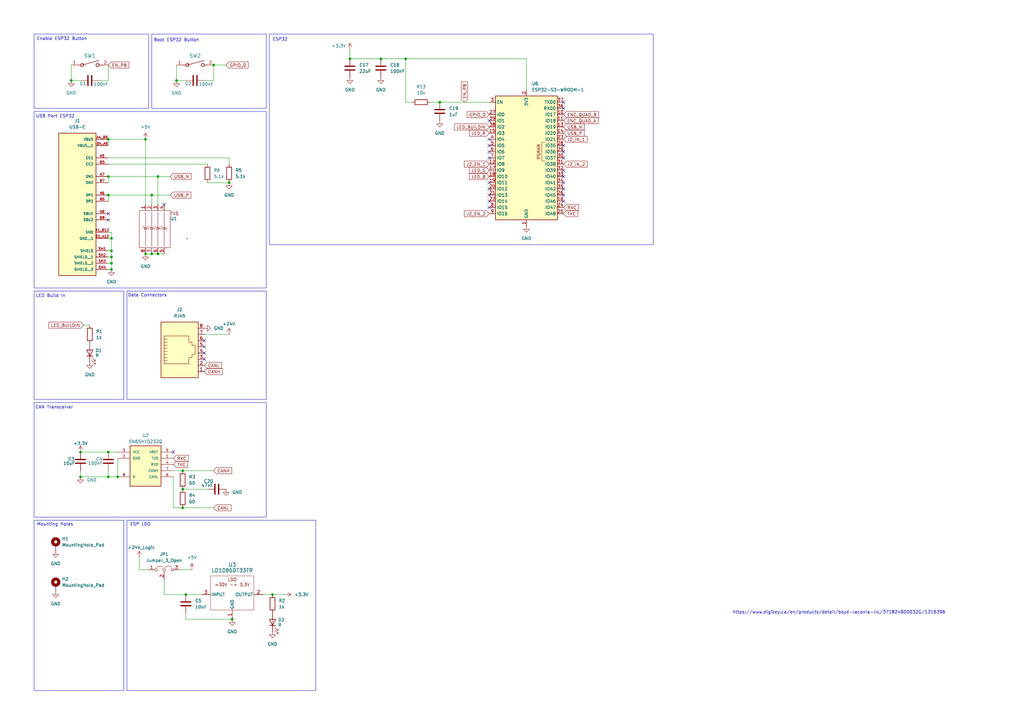
<source format=kicad_sch>
(kicad_sch (version 20231120) (generator "eeschema") (generator_version "8.0")
  (paper "A3")
  (title_block (title "Drive 27A") (rev "3") (company "Philippe Michaud") (comment 1 "REV3: Optimized cooling and changed LDO for 24v or 5v") (comment 2 "REV4: Updated power connector for xt60 and added better ground current carrying capacity"))
  (lib_symbols
    (symbol "AZ1117ID-3.3TRG1:AZ1117ID-3.3TRG1" (pin_names (offset 0.254))
      (property "Reference" "U3" (at 0 4.572 0))
      (property "Value" "LD1086DT33TR" (at 0 2.286 0))
      (symbol "AZ1117ID-3.3TRG1_0_1"
        (polyline (pts (xy -8.89 -13.97) (xy 8.89 -13.97)) (stroke (width 0.127)))
        (polyline (pts (xy -8.89 0) (xy -8.89 -13.97)) (stroke (width 0.127)))
        (polyline (pts (xy 8.89 -13.97) (xy 8.89 0)) (stroke (width 0.127)))
        (polyline (pts (xy 8.89 0) (xy -8.89 0)) (stroke (width 0.127)))
      )
      (symbol "AZ1117ID-3.3TRG1_1_1"
        (text "LDO\n<30V -> 3.3V\n" (at 0 -2.54 0) (effects (font (size 1.27 1.27))))
        (pin power_out line (at 0 -17.78 90) (length 3.81) (name "GND") (number "1"))
        (pin output line (at 12.7 -7.62 180) (length 3.81) (name "OUTPUT") (number "2"))
        (pin input line (at -12.7 -7.62 0) (length 3.81) (name "INPUT") (number "3"))
      )
    )
    (symbol "Connector:RJ45" (pin_names (offset 1.016))
      (property "Reference" "J" (at -5.08 13.97 0))
      (property "Value" "RJ45" (at 2.54 13.97 0))
      (symbol "RJ45_0_1"
        (polyline (pts (xy -5.08 4.445) (xy -6.35 4.445)))
        (polyline (pts (xy -5.08 5.715) (xy -6.35 5.715)))
        (polyline (pts (xy -6.35 -3.175) (xy -5.08 -3.175) (xy -5.08 -3.175)))
        (polyline (pts (xy -6.35 -1.905) (xy -5.08 -1.905) (xy -5.08 -1.905)))
        (polyline (pts (xy -6.35 -0.635) (xy -5.08 -0.635) (xy -5.08 -0.635)))
        (polyline (pts (xy -6.35 0.635) (xy -5.08 0.635) (xy -5.08 0.635)))
        (polyline (pts (xy -6.35 1.905) (xy -5.08 1.905) (xy -5.08 1.905)))
        (polyline (pts (xy -5.08 3.175) (xy -6.35 3.175) (xy -6.35 3.175)))
        (polyline (pts (xy -6.35 -4.445) (xy -6.35 6.985) (xy 3.81 6.985) (xy 3.81 4.445) (xy 5.08 4.445) (xy 5.08 3.175) (xy 6.35 3.175) (xy 6.35 -0.635) (xy 5.08 -0.635) (xy 5.08 -1.905) (xy 3.81 -1.905) (xy 3.81 -4.445) (xy -6.35 -4.445) (xy -6.35 -4.445)))
        (rectangle (start 7.62 12.7) (end -7.62 -10.16) (stroke (width 0.254)) (fill (type background)))
      )
      (symbol "RJ45_1_1"
        (pin passive line (at 10.16 -7.62 180) (length 2.54) (name "~") (number "1"))
        (pin passive line (at 10.16 -5.08 180) (length 2.54) (name "~") (number "2"))
        (pin passive line (at 10.16 -2.54 180) (length 2.54) (name "~") (number "3"))
        (pin passive line (at 10.16 0 180) (length 2.54) (name "~") (number "4"))
        (pin passive line (at 10.16 2.54 180) (length 2.54) (name "~") (number "5"))
        (pin passive line (at 10.16 5.08 180) (length 2.54) (name "~") (number "6"))
        (pin passive line (at 10.16 7.62 180) (length 2.54) (name "~") (number "7"))
        (pin passive line (at 10.16 10.16 180) (length 2.54) (name "~") (number "8"))
      )
    )
    (symbol "Custom:TVS_-_150-SMDB03CE3/TR7TR-ND"
      (property "Reference" "U" (at 6.35 3.81 0))
      (symbol "TVS_-_150-SMDB03CE3/TR7TR-ND_0_1"
        (rectangle (start -6.35 7.62) (end 6.35 -7.62))
        (polyline (pts (xy -3.81 0) (xy -3.81 -6.985)))
        (polyline (pts (xy -3.81 6.985) (xy -3.81 0.635)))
        (polyline (pts (xy -1.27 0) (xy -1.27 -6.985)))
        (polyline (pts (xy -1.27 6.985) (xy -1.27 0.635)))
        (polyline (pts (xy 1.27 0) (xy 1.27 -6.985)))
        (polyline (pts (xy 1.27 6.985) (xy 1.27 0.635)))
        (polyline (pts (xy 3.81 0) (xy 3.81 -6.985)))
        (polyline (pts (xy 3.81 6.985) (xy 3.81 0.635)))
        (polyline (pts (xy -3.81 0.635) (xy -3.175 0.635) (xy -2.54 0)))
        (polyline (pts (xy -1.27 0.635) (xy -0.635 0.635) (xy 0 0)))
        (polyline (pts (xy 1.27 0.635) (xy 1.905 0.635) (xy 2.54 0)))
        (polyline (pts (xy 3.81 0.635) (xy 4.445 0.635) (xy 5.08 0)))
        (polyline (pts (xy -3.81 0.635) (xy -4.445 0) (xy -3.175 0) (xy -3.81 0.635)))
        (polyline (pts (xy -3.81 0.635) (xy -4.445 0.635) (xy -4.445 0.635) (xy -5.08 1.27)))
        (polyline (pts (xy -1.27 0.635) (xy -1.905 0) (xy -0.635 0) (xy -1.27 0.635)))
        (polyline (pts (xy -1.27 0.635) (xy -1.905 0.635) (xy -1.905 0.635) (xy -2.54 1.27)))
        (polyline (pts (xy 1.27 0.635) (xy 0.635 0) (xy 1.905 0) (xy 1.27 0.635)))
        (polyline (pts (xy 1.27 0.635) (xy 0.635 0.635) (xy 0.635 0.635) (xy 0 1.27)))
        (polyline (pts (xy 3.81 0.635) (xy 3.175 0) (xy 4.445 0) (xy 3.81 0.635)))
        (polyline (pts (xy 3.81 0.635) (xy 3.175 0.635) (xy 3.175 0.635) (xy 2.54 1.27)))
      )
      (symbol "TVS_-_150-SMDB03CE3/TR7TR-ND_1_1"
        (text "TVS" (at 6.35 6.35 0) (effects (font (size 1.27 1.27)) (justify left)))
        (pin unspecified line (at -3.81 10.16 270) (length 2.54) (name "") (number "1"))
        (pin unspecified line (at -1.27 10.16 270) (length 2.54) (name "") (number "2"))
        (pin unspecified line (at 1.27 10.16 270) (length 2.54) (name "") (number "3"))
        (pin unspecified line (at 3.81 10.16 270) (length 2.54) (name "") (number "4"))
        (pin unspecified line (at 3.81 -10.16 90) (length 2.54) (name "") (number "5"))
        (pin unspecified line (at 1.27 -10.16 90) (length 2.54) (name "") (number "6"))
        (pin unspecified line (at -1.27 -10.16 90) (length 2.54) (name "") (number "7"))
        (pin unspecified line (at -3.81 -10.16 90) (length 2.54) (name "") (number "8"))
      )
    )
    (symbol "Device:C" (pin_numbers hide) (pin_names (offset 0.254))
      (property "Reference" "C" (at 0.635 2.54 0))
      (property "Value" "C" (at 0.635 -2.54 0))
      (symbol "C_0_1"
        (polyline (pts (xy -2.032 -0.762) (xy 2.032 -0.762)) (stroke (width 0.508)))
        (polyline (pts (xy -2.032 0.762) (xy 2.032 0.762)) (stroke (width 0.508)))
      )
      (symbol "C_1_1"
        (pin passive line (at 0 3.81 270) (length 2.794) (name "~") (number "1"))
        (pin passive line (at 0 -3.81 90) (length 2.794) (name "~") (number "2"))
      )
    )
    (symbol "Device:LED" (pin_numbers hide) (pin_names (offset 1.016) hide)
      (property "Reference" "D" (at 0 2.54 0))
      (property "Value" "LED" (at 0 -2.54 0))
      (symbol "LED_0_1"
        (polyline (pts (xy -1.27 -1.27) (xy -1.27 1.27)) (stroke (width 0.254)))
        (polyline (pts (xy -1.27 0) (xy 1.27 0)))
        (polyline (pts (xy 1.27 -1.27) (xy 1.27 1.27) (xy -1.27 0) (xy 1.27 -1.27)) (stroke (width 0.254)))
        (polyline (pts (xy -3.048 -0.762) (xy -4.572 -2.286) (xy -3.81 -2.286) (xy -4.572 -2.286) (xy -4.572 -1.524)))
        (polyline (pts (xy -1.778 -0.762) (xy -3.302 -2.286) (xy -2.54 -2.286) (xy -3.302 -2.286) (xy -3.302 -1.524)))
      )
      (symbol "LED_1_1"
        (pin passive line (at -3.81 0 0) (length 2.54) (name "K") (number "1"))
        (pin passive line (at 3.81 0 180) (length 2.54) (name "A") (number "2"))
      )
    )
    (symbol "Device:R" (pin_numbers hide) (pin_names (offset 0))
      (property "Reference" "R" (at 2.032 0 90))
      (property "Value" "R" (at 0 0 90))
      (symbol "R_0_1"
        (rectangle (start -1.016 -2.54) (end 1.016 2.54) (stroke (width 0.254)))
      )
      (symbol "R_1_1"
        (pin passive line (at 0 3.81 270) (length 1.27) (name "~") (number "1"))
        (pin passive line (at 0 -3.81 90) (length 1.27) (name "~") (number "2"))
      )
    )
    (symbol "Jumper:Jumper_3_Open" (pin_names (offset 0) hide) (exclude_from_sim yes) (in_bom no)
      (property "Reference" "JP" (at -2.54 -2.54 0))
      (property "Value" "Jumper_3_Open" (at 0 2.794 0))
      (symbol "Jumper_3_Open_0_0"
        (circle (center -3.302 0) (radius 0.508))
        (circle (center 0 0) (radius 0.508))
        (circle (center 3.302 0) (radius 0.508))
      )
      (symbol "Jumper_3_Open_0_1"
        (arc (start -0.254 1.016) (mid -1.651 1.4992) (end -3.048 1.016))
        (polyline (pts (xy 0 -0.508) (xy 0 -1.27)))
        (arc (start 3.048 1.016) (mid 1.651 1.4992) (end 0.254 1.016))
      )
      (symbol "Jumper_3_Open_1_1"
        (pin passive line (at -6.35 0 0) (length 2.54) (name "A") (number "1"))
        (pin passive line (at 0 -3.81 90) (length 2.54) (name "C") (number "2"))
        (pin passive line (at 6.35 0 180) (length 2.54) (name "B") (number "3"))
      )
    )
    (symbol "Mechanical:MountingHole_Pad" (pin_numbers hide) (pin_names (offset 1.016) hide) (exclude_from_sim yes) (in_bom no)
      (property "Reference" "H" (at 0 6.35 0))
      (property "Value" "MountingHole_Pad" (at 0 4.445 0))
      (symbol "MountingHole_Pad_0_1"
        (circle (center 0 1.27) (radius 1.27) (stroke (width 1.27)))
      )
      (symbol "MountingHole_Pad_1_1"
        (pin input line (at 0 -2.54 90) (length 2.54) (name "1") (number "1"))
      )
    )
    (symbol "RF_Module:ESP32-S3-WROOM-1"
      (property "Reference" "U" (at -12.7 26.67 0))
      (property "Value" "ESP32-S3-WROOM-1" (at 12.7 26.67 0))
      (symbol "ESP32-S3-WROOM-1_0_0"
        (rectangle (start -12.7 25.4) (end 12.7 -25.4) (stroke (width 0.254)) (fill (type background)))
        (text "PSRAM" (at 5.08 2.54 900) (effects (font (size 1.27 1.27))))
      )
      (symbol "ESP32-S3-WROOM-1_0_1"
        (polyline (pts (xy 7.62 -1.27) (xy 6.35 -1.27) (xy 6.35 6.35) (xy 7.62 6.35)))
      )
      (symbol "ESP32-S3-WROOM-1_1_1"
        (pin power_in line (at 0 -27.94 90) (length 2.54) (name "GND") (number "1"))
        (pin bidirectional line (at 15.24 17.78 180) (length 2.54) (name "IO17") (number "10"))
        (pin bidirectional line (at 15.24 15.24 180) (length 2.54) (name "IO18") (number "11"))
        (pin bidirectional line (at -15.24 -2.54 0) (length 2.54) (name "IO8") (number "12"))
        (pin bidirectional line (at 15.24 12.7 180) (length 2.54) (name "IO19") (number "13"))
        (pin bidirectional line (at 15.24 10.16 180) (length 2.54) (name "IO20") (number "14"))
        (pin bidirectional line (at -15.24 10.16 0) (length 2.54) (name "IO3") (number "15"))
        (pin bidirectional line (at 15.24 -17.78 180) (length 2.54) (name "IO46") (number "16"))
        (pin bidirectional line (at -15.24 -5.08 0) (length 2.54) (name "IO9") (number "17"))
        (pin bidirectional line (at -15.24 -7.62 0) (length 2.54) (name "IO10") (number "18"))
        (pin bidirectional line (at -15.24 -10.16 0) (length 2.54) (name "IO11") (number "19"))
        (pin power_in line (at 0 27.94 270) (length 2.54) (name "3V3") (number "2"))
        (pin bidirectional line (at -15.24 -12.7 0) (length 2.54) (name "IO12") (number "20"))
        (pin bidirectional line (at -15.24 -15.24 0) (length 2.54) (name "IO13") (number "21"))
        (pin bidirectional line (at -15.24 -17.78 0) (length 2.54) (name "IO14") (number "22"))
        (pin bidirectional line (at 15.24 7.62 180) (length 2.54) (name "IO21") (number "23"))
        (pin bidirectional line (at 15.24 -20.32 180) (length 2.54) (name "IO47") (number "24"))
        (pin bidirectional line (at 15.24 -22.86 180) (length 2.54) (name "IO48") (number "25"))
        (pin bidirectional line (at 15.24 -15.24 180) (length 2.54) (name "IO45") (number "26"))
        (pin bidirectional line (at -15.24 17.78 0) (length 2.54) (name "IO0") (number "27"))
        (pin bidirectional line (at 15.24 5.08 180) (length 2.54) (name "IO35") (number "28"))
        (pin bidirectional line (at 15.24 2.54 180) (length 2.54) (name "IO36") (number "29"))
        (pin input line (at -15.24 22.86 0) (length 2.54) (name "EN") (number "3"))
        (pin bidirectional line (at 15.24 0 180) (length 2.54) (name "IO37") (number "30"))
        (pin bidirectional line (at 15.24 -2.54 180) (length 2.54) (name "IO38") (number "31"))
        (pin bidirectional line (at 15.24 -5.08 180) (length 2.54) (name "IO39") (number "32"))
        (pin bidirectional line (at 15.24 -7.62 180) (length 2.54) (name "IO40") (number "33"))
        (pin bidirectional line (at 15.24 -10.16 180) (length 2.54) (name "IO41") (number "34"))
        (pin bidirectional line (at 15.24 -12.7 180) (length 2.54) (name "IO42") (number "35"))
        (pin bidirectional line (at 15.24 20.32 180) (length 2.54) (name "RXD0") (number "36"))
        (pin bidirectional line (at 15.24 22.86 180) (length 2.54) (name "TXD0") (number "37"))
        (pin bidirectional line (at -15.24 12.7 0) (length 2.54) (name "IO2") (number "38"))
        (pin bidirectional line (at -15.24 15.24 0) (length 2.54) (name "IO1") (number "39"))
        (pin bidirectional line (at -15.24 7.62 0) (length 2.54) (name "IO4") (number "4"))
        (pin passive line (at 0 -27.94 90) (length 2.54) hide (name "GND") (number "40"))
        (pin passive line (at 0 -27.94 90) (length 2.54) hide (name "GND") (number "41"))
        (pin bidirectional line (at -15.24 5.08 0) (length 2.54) (name "IO5") (number "5"))
        (pin bidirectional line (at -15.24 2.54 0) (length 2.54) (name "IO6") (number "6"))
        (pin bidirectional line (at -15.24 0 0) (length 2.54) (name "IO7") (number "7"))
        (pin bidirectional line (at -15.24 -20.32 0) (length 2.54) (name "IO15") (number "8"))
        (pin bidirectional line (at -15.24 -22.86 0) (length 2.54) (name "IO16") (number "9"))
      )
    )
    (symbol "TJA1050T_CM_118:TJA1050T_CM_118" (pin_names (offset 1.016))
      (property "Reference" "U6" (at 0 15.24 0))
      (property "Value" "TJA1050T_CM_118" (at 0 12.7 0))
      (symbol "TJA1050T_CM_118_0_0"
        (rectangle (start -6.35 7.62) (end 6.35 -8.89) (stroke (width 0.254)) (fill (type background)))
        (pin input line (at 11.43 2.54 180) (length 5.08) (name "TXD") (number "1"))
        (pin power_in line (at -11.43 2.54 0) (length 5.08) (name "GND") (number "2"))
        (pin power_in line (at -11.43 5.08 0) (length 5.08) (name "VCC") (number "3"))
        (pin output line (at 11.43 0 180) (length 5.08) (name "RXD") (number "4"))
        (pin output line (at 11.43 5.08 180) (length 5.08) (name "VREF") (number "5"))
        (pin bidirectional line (at 11.43 -5.08 180) (length 5.08) (name "CANL") (number "6"))
        (pin bidirectional line (at 11.43 -2.54 180) (length 5.08) (name "CANH") (number "7"))
        (pin input line (at -11.43 -5.08 0) (length 5.08) (name "S") (number "8"))
      )
    )
    (symbol "TS09_63_25_WT_160_SMT_TR:TS09-63-25-WT-160-SMT-TR" (pin_names (offset 0.254))
      (property "Reference" "SW" (at 7.62 3.81 0))
      (symbol "TS09-63-25-WT-160-SMT-TR_0_1"
        (polyline (pts (xy 2.54 0) (xy 3.81 0)) (stroke (width 0.2032)))
        (polyline (pts (xy 4.445 0) (xy 11.43 1.905)) (stroke (width 0.2032)))
        (polyline (pts (xy 12.7 0) (xy 11.43 0)) (stroke (width 0.2032)))
        (circle (center 4.445 0) (radius 0.635) (stroke (width 0.254)))
        (circle (center 10.795 0) (radius 0.635) (stroke (width 0.254)))
      )
      (symbol "TS09-63-25-WT-160-SMT-TR_1_1"
        (pin unspecified line (at 0 0 0) (length 2.54) (name "") (number "1"))
        (pin unspecified line (at 15.24 0 180) (length 2.54) (name "") (number "2"))
      )
    )
    (symbol "UJ20-C-H-G-SMT-1-P16-TR:UJ20-C-H-G-SMT-1-P16-TR" (pin_names (offset 1.016))
      (property "Reference" "J" (at -7.62 23.622 0))
      (property "Value" "USB-C" (at -7.62 -36.322 0))
      (symbol "UJ20-C-H-G-SMT-1-P16-TR_0_0"
        (rectangle (start -7.62 -35.56) (end 7.62 22.86) (stroke (width 0.254)) (fill (type background)))
        (pin passive line (at 12.7 -17.78 180) (length 5.08) (name "GND") (number "A1_B12"))
        (pin passive line (at 12.7 20.32 180) (length 5.08) (name "VBUS") (number "A4_B9"))
        (pin passive line (at 12.7 12.7 180) (length 5.08) (name "CC1") (number "A5"))
        (pin passive line (at 12.7 -2.54 180) (length 5.08) (name "DP1") (number "A6"))
        (pin passive line (at 12.7 5.08 180) (length 5.08) (name "DN1") (number "A7"))
        (pin passive line (at 12.7 -10.16 180) (length 5.08) (name "SBU1") (number "A8"))
        (pin passive line (at 12.7 -20.32 180) (length 5.08) (name "GND__1") (number "B1_A12"))
        (pin passive line (at 12.7 17.78 180) (length 5.08) (name "VBUS__1") (number "B4_A9"))
        (pin passive line (at 12.7 10.16 180) (length 5.08) (name "CC2") (number "B5"))
        (pin passive line (at 12.7 -5.08 180) (length 5.08) (name "DP2") (number "B6"))
        (pin passive line (at 12.7 2.54 180) (length 5.08) (name "DN2") (number "B7"))
        (pin passive line (at 12.7 -12.7 180) (length 5.08) (name "SBU2") (number "B8"))
        (pin passive line (at 12.7 -25.4 180) (length 5.08) (name "SHIELD") (number "SH1"))
        (pin passive line (at 12.7 -27.94 180) (length 5.08) (name "SHIELD__1") (number "SH2"))
        (pin passive line (at 12.7 -30.48 180) (length 5.08) (name "SHIELD__2") (number "SH3"))
        (pin passive line (at 12.7 -33.02 180) (length 5.08) (name "SHIELD__3") (number "SH4"))
      )
    )
    (symbol "power:+3.3V" (power) (pin_numbers hide) (pin_names (offset 0) hide)
      (property "Value" "+3.3V" (at 0 3.556 0))
      (symbol "+3.3V_0_1"
        (polyline (pts (xy -0.762 1.27) (xy 0 2.54)))
        (polyline (pts (xy 0 0) (xy 0 2.54)))
        (polyline (pts (xy 0 2.54) (xy 0.762 1.27)))
      )
      (symbol "+3.3V_1_1"
        (pin power_in line (at 0 0 90) (length 0) (name "~") (number "1"))
      )
    )
    (symbol "power:+5V" (power) (pin_numbers hide) (pin_names (offset 0) hide)
      (property "Value" "+5V" (at 0 3.556 0))
      (symbol "+5V_0_1"
        (polyline (pts (xy -0.762 1.27) (xy 0 2.54)))
        (polyline (pts (xy 0 0) (xy 0 2.54)))
        (polyline (pts (xy 0 2.54) (xy 0.762 1.27)))
      )
      (symbol "+5V_1_1"
        (pin power_in line (at 0 0 90) (length 0) (name "~") (number "1"))
      )
    )
    (symbol "power:+7.5V" (power) (pin_numbers hide) (pin_names (offset 0) hide)
      (property "Value" "+7.5V" (at 0 3.556 0))
      (symbol "+7.5V_0_1"
        (polyline (pts (xy -0.762 1.27) (xy 0 2.54)))
        (polyline (pts (xy 0 0) (xy 0 2.54)))
        (polyline (pts (xy 0 2.54) (xy 0.762 1.27)))
      )
      (symbol "+7.5V_1_1"
        (pin power_in line (at 0 0 90) (length 0) (name "~") (number "1"))
      )
    )
    (symbol "power:GND" (power) (pin_numbers hide) (pin_names (offset 0) hide)
      (property "Value" "GND" (at 0 -3.81 0))
      (symbol "GND_0_1"
        (polyline (pts (xy 0 0) (xy 0 -1.27) (xy 1.27 -1.27) (xy 0 -2.54) (xy -1.27 -1.27) (xy 0 -1.27)))
      )
      (symbol "GND_1_1"
        (pin power_in line (at 0 0 270) (length 0) (name "~") (number "1"))
      )
    )
  )
  (junction (at 180.34 41.91))
  (junction (at 156.21 24.13))
  (junction (at 44.45 57.15))
  (junction (at 74.93 193.04))
  (junction (at 44.45 80.01))
  (junction (at 74.93 208.28))
  (junction (at 59.69 104.14))
  (junction (at 33.02 185.42))
  (junction (at 93.98 74.93))
  (junction (at 64.77 104.14))
  (junction (at 48.26 195.58))
  (junction (at 44.45 72.39))
  (junction (at 45.72 107.95))
  (junction (at 76.2 243.84))
  (junction (at 45.72 110.49))
  (junction (at 72.39 33.02))
  (junction (at 143.51 24.13))
  (junction (at 111.76 243.84))
  (junction (at 29.21 33.02))
  (junction (at 62.23 104.14))
  (junction (at 87.63 26.67))
  (junction (at 45.72 102.87))
  (junction (at 95.25 254))
  (junction (at 44.45 185.42))
  (junction (at 33.02 195.58))
  (junction (at 62.23 80.01))
  (junction (at 45.72 105.41))
  (junction (at 64.77 72.39))
  (junction (at 166.37 24.13))
  (junction (at 59.69 57.15))
  (junction (at 44.45 195.58))
  (junction (at 45.72 97.79))
  (junction (at 74.93 200.66))
  (no_connect (at 231.14 72.39))
  (no_connect (at 200.66 49.53))
  (no_connect (at 231.14 74.93))
  (no_connect (at 231.14 82.55))
  (no_connect (at 231.14 44.45))
  (no_connect (at 83.82 147.32))
  (no_connect (at 44.45 90.17))
  (no_connect (at 200.66 57.15))
  (no_connect (at 200.66 85.09))
  (no_connect (at 231.14 62.23))
  (no_connect (at 200.66 82.55))
  (no_connect (at 200.66 59.69))
  (no_connect (at 231.14 41.91))
  (no_connect (at 67.31 83.82))
  (no_connect (at 200.66 80.01))
  (no_connect (at 200.66 77.47))
  (no_connect (at 83.82 142.24))
  (no_connect (at 231.14 59.69))
  (no_connect (at 231.14 77.47))
  (no_connect (at 44.45 87.63))
  (no_connect (at 83.82 139.7))
  (no_connect (at 231.14 69.85))
  (no_connect (at 200.66 64.77))
  (no_connect (at 83.82 144.78))
  (no_connect (at 200.66 74.93))
  (no_connect (at 231.14 64.77))
  (no_connect (at 200.66 62.23))
  (no_connect (at 231.14 80.01))
  (no_connect (at 71.12 185.42))
  (wire (pts (xy 29.21 33.02) (xy 33.02 33.02)))
  (wire (pts (xy 92.71 26.67) (xy 87.63 26.67)))
  (wire (pts (xy 176.53 41.91) (xy 180.34 41.91)))
  (wire (pts (xy 87.63 193.04) (xy 74.93 193.04)))
  (wire (pts (xy 45.72 97.79) (xy 45.72 102.87)))
  (wire (pts (xy 215.9 24.13) (xy 215.9 36.83)))
  (wire (pts (xy 45.72 105.41) (xy 44.45 105.41)))
  (wire (pts (xy 44.45 80.01) (xy 62.23 80.01)))
  (wire (pts (xy 76.2 251.46) (xy 76.2 254)))
  (wire (pts (xy 57.15 228.6) (xy 57.15 233.68)))
  (wire (pts (xy 71.12 208.28) (xy 71.12 195.58)))
  (wire (pts (xy 72.39 33.02) (xy 72.39 26.67)))
  (wire (pts (xy 71.12 193.04) (xy 74.93 193.04)))
  (wire (pts (xy 143.51 24.13) (xy 156.21 24.13)))
  (wire (pts (xy 87.63 208.28) (xy 74.93 208.28)))
  (wire (pts (xy 67.31 237.49) (xy 67.31 243.84)))
  (wire (pts (xy 107.95 243.84) (xy 111.76 243.84)))
  (wire (pts (xy 83.82 33.02) (xy 87.63 33.02)))
  (wire (pts (xy 45.72 110.49) (xy 44.45 110.49)))
  (wire (pts (xy 180.34 41.91) (xy 200.66 41.91)))
  (wire (pts (xy 156.21 24.13) (xy 166.37 24.13)))
  (wire (pts (xy 44.45 67.31) (xy 85.09 67.31)))
  (wire (pts (xy 62.23 80.01) (xy 62.23 83.82)))
  (wire (pts (xy 93.98 74.93) (xy 85.09 74.93)))
  (wire (pts (xy 33.02 195.58) (xy 44.45 195.58)))
  (wire (pts (xy 87.63 33.02) (xy 87.63 26.67)))
  (wire (pts (xy 166.37 24.13) (xy 166.37 41.91)))
  (wire (pts (xy 45.72 107.95) (xy 45.72 110.49)))
  (wire (pts (xy 85.09 200.66) (xy 74.93 200.66)))
  (wire (pts (xy 45.72 107.95) (xy 44.45 107.95)))
  (wire (pts (xy 116.84 243.84) (xy 111.76 243.84)))
  (wire (pts (xy 215.9 24.13) (xy 166.37 24.13)))
  (wire (pts (xy 59.69 57.15) (xy 59.69 83.82)))
  (wire (pts (xy 64.77 72.39) (xy 69.85 72.39)))
  (wire (pts (xy 29.21 26.67) (xy 29.21 33.02)))
  (wire (pts (xy 36.83 133.35) (xy 34.29 133.35)))
  (wire (pts (xy 45.72 102.87) (xy 44.45 102.87)))
  (wire (pts (xy 45.72 102.87) (xy 45.72 105.41)))
  (wire (pts (xy 64.77 104.14) (xy 67.31 104.14)))
  (wire (pts (xy 78.74 233.68) (xy 73.66 233.68)))
  (wire (pts (xy 33.02 185.42) (xy 44.45 185.42)))
  (wire (pts (xy 33.02 193.04) (xy 33.02 195.58)))
  (wire (pts (xy 93.98 64.77) (xy 93.98 67.31)))
  (wire (pts (xy 45.72 97.79) (xy 44.45 97.79)))
  (wire (pts (xy 44.45 64.77) (xy 93.98 64.77)))
  (wire (pts (xy 48.26 187.96) (xy 48.26 195.58)))
  (wire (pts (xy 59.69 104.14) (xy 62.23 104.14)))
  (wire (pts (xy 44.45 33.02) (xy 44.45 26.67)))
  (wire (pts (xy 44.45 193.04) (xy 44.45 195.58)))
  (wire (pts (xy 44.45 195.58) (xy 48.26 195.58)))
  (wire (pts (xy 40.64 33.02) (xy 44.45 33.02)))
  (wire (pts (xy 44.45 57.15) (xy 59.69 57.15)))
  (wire (pts (xy 82.55 243.84) (xy 76.2 243.84)))
  (wire (pts (xy 166.37 41.91) (xy 168.91 41.91)))
  (wire (pts (xy 83.82 137.16) (xy 93.98 137.16)))
  (wire (pts (xy 67.31 243.84) (xy 76.2 243.84)))
  (wire (pts (xy 44.45 57.15) (xy 44.45 59.69)))
  (wire (pts (xy 57.15 233.68) (xy 60.96 233.68)))
  (wire (pts (xy 44.45 80.01) (xy 44.45 82.55)))
  (wire (pts (xy 45.72 95.25) (xy 44.45 95.25)))
  (wire (pts (xy 44.45 72.39) (xy 44.45 74.93)))
  (wire (pts (xy 74.93 208.28) (xy 71.12 208.28)))
  (wire (pts (xy 143.51 20.32) (xy 143.51 24.13)))
  (wire (pts (xy 45.72 95.25) (xy 45.72 97.79)))
  (wire (pts (xy 44.45 72.39) (xy 64.77 72.39)))
  (wire (pts (xy 62.23 104.14) (xy 64.77 104.14)))
  (wire (pts (xy 45.72 105.41) (xy 45.72 107.95)))
  (wire (pts (xy 44.45 185.42) (xy 48.26 185.42)))
  (wire (pts (xy 64.77 72.39) (xy 64.77 83.82)))
  (wire (pts (xy 76.2 254) (xy 95.25 254)))
  (wire (pts (xy 62.23 80.01) (xy 69.85 80.01)))
  (wire (pts (xy 76.2 33.02) (xy 72.39 33.02)))
  (rectangle (start 62.23 13.97) (end 109.22 44.45))
  (rectangle (start 13.97 119.38) (end 50.8 163.83))
  (rectangle (start 110.49 13.97) (end 267.97 100.33))
  (rectangle (start 13.97 213.36) (end 50.8 283.21))
  (rectangle (start 13.97 45.72) (end 109.22 118.11))
  (rectangle (start 13.97 13.97) (end 60.96 44.45))
  (rectangle (start 13.97 165.1) (end 109.22 212.09))
  (rectangle (start 52.07 119.38) (end 109.22 163.83))
  (rectangle (start 52.07 213.36) (end 129.54 283.21))
  (text "Boot ESP32 Button" (at 72.39 16.51 0) (effects (font (size 1.27 1.27))))
  (text "LED Build In" (at 14.732 121.412 0) (effects (font (size 1.27 1.27)) (justify left)))
  (text "Enable ESP32 Button" (at 25.4 16.002 0) (effects (font (size 1.27 1.27))))
  (text "CAN Transceiver" (at 14.478 167.132 0) (effects (font (size 1.27 1.27)) (justify left)))
  (text "ESP LDO" (at 53.34 215.138 0) (effects (font (size 1.27 1.27)) (justify left)))
  (text "Data Connectors" (at 60.452 121.158 0) (effects (font (size 1.27 1.27))))
  (text "Mounting Holes" (at 22.606 215.138 0) (effects (font (size 1.27 1.27))))
  (text "USB Port ESP32" (at 14.732 47.752 0) (effects (font (size 1.27 1.27)) (justify left)))
  (text "https://www.digikey.ca/en/products/detail/boyd-laconia-llc/371824B00032G/1216396" (at 300.482 251.206 0) (effects (font (size 1.27 1.27)) (justify left)))
  (text "ESP32" (at 111.76 16.256 0) (effects (font (size 1.27 1.27)) (justify left)))
  (global_label "LED_B" (shape input) (at 200.66 72.39 180) (property "Intersheetrefs" "${INTERSHEET_REFS}" (effects (hide yes))))
  (global_label "CANH" (shape input) (at 83.82 152.4 0) (property "Intersheetrefs" "${INTERSHEET_REFS}" (effects (hide yes))))
  (global_label "ENC_QUAD_A" (shape input) (at 231.14 49.53 0) (property "Intersheetrefs" "${INTERSHEET_REFS}" (effects (hide yes))))
  (global_label "J2_EN_1" (shape input) (at 200.66 67.31 180) (property "Intersheetrefs" "${INTERSHEET_REFS}" (effects (hide yes))))
  (global_label "LED_G" (shape input) (at 200.66 69.85 180) (property "Intersheetrefs" "${INTERSHEET_REFS}" (effects (hide yes))))
  (global_label "J2_IN_1" (shape input) (at 231.14 57.15 0) (property "Intersheetrefs" "${INTERSHEET_REFS}" (effects (hide yes))))
  (global_label "RXC" (shape input) (at 231.14 85.09 0) (property "Intersheetrefs" "${INTERSHEET_REFS}" (effects (hide yes))))
  (global_label "USB_N" (shape input) (at 231.14 52.07 0) (property "Intersheetrefs" "${INTERSHEET_REFS}" (effects (hide yes))))
  (global_label "USB_P" (shape input) (at 69.85 80.01 0) (property "Intersheetrefs" "${INTERSHEET_REFS}" (effects (hide yes))))
  (global_label "CANL" (shape input) (at 83.82 149.86 0) (property "Intersheetrefs" "${INTERSHEET_REFS}" (effects (hide yes))))
  (global_label "CANH" (shape input) (at 87.63 193.04 0) (property "Intersheetrefs" "${INTERSHEET_REFS}" (effects (hide yes))))
  (global_label "GPIO_0" (shape input) (at 92.71 26.67 0) (property "Intersheetrefs" "${INTERSHEET_REFS}" (effects (hide yes))))
  (global_label "GPIO_0" (shape input) (at 200.66 46.99 180) (property "Intersheetrefs" "${INTERSHEET_REFS}" (effects (hide yes))))
  (global_label "LED_BUILDIN" (shape input) (at 34.29 133.35 180) (property "Intersheetrefs" "${INTERSHEET_REFS}" (effects (hide yes))))
  (global_label "TXC" (shape input) (at 71.12 190.5 0) (property "Intersheetrefs" "${INTERSHEET_REFS}" (effects (hide yes))))
  (global_label "USB_N" (shape input) (at 69.85 72.39 0) (property "Intersheetrefs" "${INTERSHEET_REFS}" (effects (hide yes))))
  (global_label "EN_PB" (shape input) (at 44.45 26.67 0) (property "Intersheetrefs" "${INTERSHEET_REFS}" (effects (hide yes))))
  (global_label "J2_IN_2" (shape input) (at 231.14 67.31 0) (property "Intersheetrefs" "${INTERSHEET_REFS}" (effects (hide yes))))
  (global_label "EN_PB" (shape input) (at 190.5 41.91 90) (property "Intersheetrefs" "${INTERSHEET_REFS}" (effects (hide yes))))
  (global_label "J2_EN_2" (shape input) (at 200.66 87.63 180) (property "Intersheetrefs" "${INTERSHEET_REFS}" (effects (hide yes))))
  (global_label "LED_R" (shape input) (at 200.66 54.61 180) (property "Intersheetrefs" "${INTERSHEET_REFS}" (effects (hide yes))))
  (global_label "RXC" (shape input) (at 71.12 187.96 0) (property "Intersheetrefs" "${INTERSHEET_REFS}" (effects (hide yes))))
  (global_label "TXC" (shape input) (at 231.14 87.63 0) (property "Intersheetrefs" "${INTERSHEET_REFS}" (effects (hide yes))))
  (global_label "LED_BUILDIN" (shape input) (at 200.66 52.07 180) (property "Intersheetrefs" "${INTERSHEET_REFS}" (effects (hide yes))))
  (global_label "ENC_QUAD_B" (shape input) (at 231.14 46.99 0) (property "Intersheetrefs" "${INTERSHEET_REFS}" (effects (hide yes))))
  (global_label "USB_P" (shape input) (at 231.14 54.61 0) (property "Intersheetrefs" "${INTERSHEET_REFS}" (effects (hide yes))))
  (global_label "CANL" (shape input) (at 87.63 208.28 0) (property "Intersheetrefs" "${INTERSHEET_REFS}" (effects (hide yes))))
  (symbol (lib_id "power:GND") (at 29.21 33.02 0) (unit 1)
    (property "Reference" "#PWR01" (effects (hide yes)))
    (property "Value" "GND" (at 29.21 38.1 0))
    (property "Description" "Power symbol creates a global label with name \"GND\" , ground" (effects (hide yes)))
  )
  (symbol (lib_id "power:+3.3V") (at 116.84 243.84 270) (unit 1)
    (property "Reference" "#PWR015" (effects (hide yes)))
    (property "Value" "+3.3V" (at 120.65 243.8399 90) (effects (justify left)))
    (property "Description" "Power symbol creates a global label with name \"+3.3V\"" (effects (hide yes)))
  )
  (symbol (lib_id "Jumper:Jumper_3_Open") (at 67.31 233.68 0) (unit 1) (exclude_from_sim yes) (in_bom no)
    (property "Reference" "JP1" (at 67.31 227.33 0))
    (property "Value" "Jumper_3_Open" (at 67.31 229.87 0))
    (property "Footprint" "Connector_PinHeader_2.54mm:PinHeader_1x03_P2.54mm_Vertical" (effects (hide yes)))
    (property "Description" "Jumper, 3-pole, both open" (effects (hide yes)))
  )
  (symbol (lib_id "power:GND") (at 59.69 104.14 0) (unit 1)
    (property "Reference" "#PWR05" (effects (hide yes)))
    (property "Value" "GND" (at 59.69 109.22 0))
    (property "Description" "Power symbol creates a global label with name \"GND\" , ground" (effects (hide yes)))
  )
  (symbol (lib_id "Custom:TVS_-_150-SMDB03CE3/TR7TR-ND") (at 63.5 93.98 0) (unit 1)
    (property "Reference" "U1" (at 69.85 89.662 0) (effects (justify left)))
    (property "Value" "~" (at 76.2 97.9 0) (effects (justify left)))
    (property "Footprint" "Package_SO:SOIC-8-1EP_3.9x4.9mm_P1.27mm_EP2.29x3mm" (effects (hide yes)))
    (property "Datasheet" "150-SMDB03CE3/TR7TR-ND" (effects (hide yes)))
    (property "LCSC" "C2448355" (effects (hide yes)))
  )
  (symbol (lib_id "Device:LED") (at 111.76 255.27 90) (unit 1)
    (property "Reference" "D2" (at 114.046 254.254 90) (effects (justify right)))
    (property "Value" "R" (at 114.046 256.286 90) (effects (justify right)))
    (property "Footprint" "LED_SMD:LED_0805_2012Metric_Pad1.15x1.40mm_HandSolder" (effects (hide yes)))
    (property "Datasheet" "https://www.we-online.com/components/products/datasheet/150080SS75000.pdf" (effects (hide yes)))
    (property "Description" "Light emitting diode | 150080SS75000" (effects (hide yes)))
    (property "LCSC" "C19171391" (effects (hide yes)))
  )
  (symbol (lib_id "power:+5V") (at 59.69 57.15 0) (unit 1)
    (property "Reference" "#PWR03" (effects (hide yes)))
    (property "Value" "+5V" (at 59.69 52.07 0))
    (property "Description" "Power symbol creates a global label with name \"+5V\"" (effects (hide yes)))
  )
  (symbol (lib_id "Device:R") (at 172.72 41.91 90) (unit 1)
    (property "Reference" "R13" (at 172.72 35.56 90))
    (property "Value" "10k" (at 172.72 38.1 90))
    (property "Footprint" "Resistor_SMD:R_0805_2012Metric_Pad1.20x1.40mm_HandSolder" (effects (hide yes)))
    (property "Description" "Resistor" (effects (hide yes)))
    (property "LCSC" "C25612" (effects (hide yes)))
  )
  (symbol (lib_id "power:GND") (at 156.21 31.75 0) (unit 1)
    (property "Reference" "#PWR049" (effects (hide yes)))
    (property "Value" "GND" (at 156.21 36.83 0))
    (property "Description" "Power symbol creates a global label with name \"GND\" , ground" (effects (hide yes)))
  )
  (symbol (lib_id "power:GND") (at 143.51 31.75 0) (unit 1)
    (property "Reference" "#PWR048" (effects (hide yes)))
    (property "Value" "GND" (at 143.51 36.83 0))
    (property "Description" "Power symbol creates a global label with name \"GND\" , ground" (effects (hide yes)))
  )
  (symbol (lib_id "Device:C") (at 44.45 189.23 0) (unit 1)
    (property "Reference" "C4" (at 39.37 188.214 0) (effects (justify left)))
    (property "Value" "100nF" (at 36.068 189.992 0) (effects (justify left)))
    (property "Footprint" "Capacitor_SMD:C_0805_2012Metric_Pad1.18x1.45mm_HandSolder" (effects (hide yes)))
    (property "Description" "Unpolarized capacitor" (effects (hide yes)))
    (property "LCSC" "C2312829" (effects (hide yes)))
  )
  (symbol (lib_id "Device:C") (at 180.34 45.72 0) (unit 1)
    (property "Reference" "C19" (at 184.15 44.4499 0) (effects (justify left)))
    (property "Value" "1uF" (at 184.15 46.9899 0) (effects (justify left)))
    (property "Footprint" "Capacitor_SMD:C_0805_2012Metric_Pad1.18x1.45mm_HandSolder" (effects (hide yes)))
    (property "Description" "Unpolarized capacitor" (effects (hide yes)))
    (property "LCSC" "C77079" (effects (hide yes)))
  )
  (symbol (lib_id "Mechanical:MountingHole_Pad") (at 22.86 240.03 0) (unit 1) (exclude_from_sim yes) (in_bom no)
    (property "Reference" "H2" (at 25.4 237.4899 0) (effects (justify left)))
    (property "Value" "MountingHole_Pad" (at 25.4 240.0299 0) (effects (justify left)))
    (property "Footprint" "MountingHole:MountingHole_3.2mm_M3_DIN965_Pad_TopBottom" (effects (hide yes)))
    (property "Description" "Mounting Hole with connection" (effects (hide yes)))
  )
  (symbol (lib_id "Device:C") (at 33.02 189.23 0) (unit 1)
    (property "Reference" "C3" (at 27.94 188.214 0) (effects (justify left)))
    (property "Value" "10uF" (at 25.908 189.992 0) (effects (justify left)))
    (property "Footprint" "Capacitor_SMD:C_0805_2012Metric_Pad1.18x1.45mm_HandSolder" (effects (hide yes)))
    (property "Description" "Unpolarized capacitor" (effects (hide yes)))
    (property "LCSC" "C440198" (effects (hide yes)))
  )
  (symbol (lib_id "power:+7.5V") (at 33.02 185.42 0) (unit 1)
    (property "Reference" "#PWR012" (effects (hide yes)))
    (property "Value" "+3.3V" (at 33.02 181.864 0))
    (property "Description" "Power symbol creates a global label with name \"+7.5V\"" (effects (hide yes)))
  )
  (symbol (lib_id "Device:LED") (at 36.83 144.78 90) (unit 1)
    (property "Reference" "D1" (at 39.116 143.764 90) (effects (justify right)))
    (property "Value" "R" (at 39.116 145.796 90) (effects (justify right)))
    (property "Footprint" "LED_SMD:LED_0805_2012Metric_Pad1.15x1.40mm_HandSolder" (effects (hide yes)))
    (property "Datasheet" "https://www.we-online.com/components/products/datasheet/150080SS75000.pdf" (effects (hide yes)))
    (property "Description" "Light emitting diode | 150080SS75000" (effects (hide yes)))
    (property "LCSC" "C19171391" (effects (hide yes)))
  )
  (symbol (lib_id "RF_Module:ESP32-S3-WROOM-1") (at 215.9 64.77 0) (unit 1)
    (property "Reference" "U6" (at 218.0941 34.29 0) (effects (justify left)))
    (property "Value" "ESP32-S3-WROOM-1" (at 218.0941 36.83 0) (effects (justify left)))
    (property "Footprint" "RF_Module:ESP32-S3-WROOM-1" (effects (hide yes)))
    (property "Datasheet" "https://www.espressif.com/sites/default/files/documentation/esp32-s3-wroom-1_wroom-1u_datasheet_en.pdf" (effects (hide yes)))
    (property "Description" "RF Module, ESP32-S3 SoC, Wi-Fi 802.11b/g/n, Bluetooth, BLE, 32-bit, 3.3V, onboard antenna, SMD" (effects (hide yes)))
    (property "LCSC" "C2913198" (effects (hide yes)))
  )
  (symbol (lib_id "power:GND") (at 83.82 134.62 90) (unit 1)
    (property "Reference" "#PWR09" (effects (hide yes)))
    (property "Value" "GND" (at 87.63 134.6199 90) (effects (justify right)))
    (property "Description" "Power symbol creates a global label with name \"GND\" , ground" (effects (hide yes)))
  )
  (symbol (lib_id "TS09_63_25_WT_160_SMT_TR:TS09-63-25-WT-160-SMT-TR") (at 72.39 26.67 0) (unit 1)
    (property "Reference" "SW2" (at 80.01 22.86 0) (effects (font (size 1.524 1.524))))
    (property "Value" "TS09-63-25-WT-160-SMT-TR" (effects (hide yes)))
    (property "Footprint" "TS09_63_25_WT_160_SMT_TR:SW_TS09-63-25_CUD" (effects (hide yes)))
    (property "Datasheet" "TS09-63-25-WT-160-SMT-TR" (effects (hide yes)))
    (property "LCSC" "C4364712" (effects (hide yes)))
  )
  (symbol (lib_id "TJA1050T_CM_118:TJA1050T_CM_118") (at 59.69 190.5 0) (unit 1)
    (property "Reference" "U2" (at 59.69 178.562 0))
    (property "Value" "SN65HVD232Q" (at 59.69 181.102 0))
    (property "Footprint" "TJA1050T_CM_118:SOIC127P600X175-8N" (effects (hide yes)))
    (property "PARTREV" "4" (effects (hide yes)))
    (property "STANDARD" "IPC 7351B" (effects (hide yes)))
    (property "MAXIMUM_PACKAGE_HEIGHT" "1.75 mm" (effects (hide yes)))
    (property "MANUFACTURER" "NXP USA" (effects (hide yes)))
    (property "LCSC" "C2859712" (effects (hide yes)))
  )
  (symbol (lib_id "UJ20-C-H-G-SMT-1-P16-TR:UJ20-C-H-G-SMT-1-P16-TR") (at 31.75 77.47 0) (unit 1)
    (property "Reference" "J1" (at 31.75 49.53 0))
    (property "Value" "USB-C" (at 31.75 52.07 0))
    (property "Footprint" "UJ20-C-H-G-SMT-1-P16-TR:SAMESKY_UJ20-C-H-G-SMT-1-P16-TR" (effects (hide yes)))
    (property "Datasheet" "https://www.sameskydevices.com/product/resource/uj20-c-h-g-smt-6-p16-tr.pdf" (effects (hide yes)))
    (property "Description" "https://www.digikey.ca/en/products/detail/same-sky-formerly-cui-devices/UJ20-C-H-G-SMT-1-P16-TR/24818576" (effects (hide yes)))
    (property "PARTREV" "1.0" (effects (hide yes)))
    (property "MANUFACTURER" "Same Sky" (effects (hide yes)))
    (property "MAXIMUM_PACKAGE_HEIGHT" "3.46mm" (effects (hide yes)))
    (property "STANDARD" "Manufacturer Recommendations" (effects (hide yes)))
  )
  (symbol (lib_id "Device:R") (at 36.83 137.16 180) (unit 1)
    (property "Reference" "R1" (at 39.37 135.8899 0) (effects (justify right)))
    (property "Value" "1k" (at 39.37 138.4299 0) (effects (justify right)))
    (property "Footprint" "Resistor_SMD:R_0805_2012Metric_Pad1.20x1.40mm_HandSolder" (effects (hide yes)))
    (property "Description" "Resistor" (effects (hide yes)))
    (property "LCSC" "C75245" (effects (hide yes)))
  )
  (symbol (lib_id "Device:R") (at 85.09 71.12 180) (unit 1)
    (property "Reference" "R6" (at 87.63 69.8499 0) (effects (justify right)))
    (property "Value" "5.1k" (at 87.63 72.3899 0) (effects (justify right)))
    (property "Footprint" "Resistor_SMD:R_0805_2012Metric_Pad1.20x1.40mm_HandSolder" (effects (hide yes)))
    (property "Description" "Resistor" (effects (hide yes)))
    (property "LCSC" "C25612" (effects (hide yes)))
  )
  (symbol (lib_id "power:GND") (at 180.34 49.53 0) (unit 1)
    (property "Reference" "#PWR050" (effects (hide yes)))
    (property "Value" "GND" (at 180.34 54.61 0))
    (property "Description" "Power symbol creates a global label with name \"GND\" , ground" (effects (hide yes)))
  )
  (symbol (lib_id "Mechanical:MountingHole_Pad") (at 22.86 223.52 0) (unit 1) (exclude_from_sim yes) (in_bom no)
    (property "Reference" "H1" (at 25.4 220.9799 0) (effects (justify left)))
    (property "Value" "MountingHole_Pad" (at 25.4 223.5199 0) (effects (justify left)))
    (property "Footprint" "MountingHole:MountingHole_3.2mm_M3_DIN965_Pad_TopBottom" (effects (hide yes)))
    (property "Description" "Mounting Hole with connection" (effects (hide yes)))
  )
  (symbol (lib_id "Device:R") (at 93.98 71.12 180) (unit 1)
    (property "Reference" "R5" (at 96.52 69.8499 0) (effects (justify right)))
    (property "Value" "5.1k" (at 96.52 72.3899 0) (effects (justify right)))
    (property "Footprint" "Resistor_SMD:R_0805_2012Metric_Pad1.20x1.40mm_HandSolder" (effects (hide yes)))
    (property "Description" "Resistor" (effects (hide yes)))
    (property "LCSC" "C25612" (effects (hide yes)))
  )
  (symbol (lib_id "Device:R") (at 111.76 247.65 180) (unit 1)
    (property "Reference" "R2" (at 114.3 246.3799 0) (effects (justify right)))
    (property "Value" "1k" (at 114.3 248.9199 0) (effects (justify right)))
    (property "Footprint" "Resistor_SMD:R_0805_2012Metric_Pad1.20x1.40mm_HandSolder" (effects (hide yes)))
    (property "Description" "Resistor" (effects (hide yes)))
    (property "LCSC" "C75245" (effects (hide yes)))
  )
  (symbol (lib_id "power:GND") (at 92.71 200.66 0) (unit 1)
    (property "Reference" "#PWR020" (effects (hide yes)))
    (property "Value" "GND" (at 95.25 201.9299 0) (effects (justify left)))
    (property "Description" "Power symbol creates a global label with name \"GND\" , ground" (effects (hide yes)))
  )
  (symbol (lib_id "power:+5V") (at 78.74 233.68 0) (unit 1)
    (property "Reference" "#PWR014" (effects (hide yes)))
    (property "Value" "+5V" (at 78.74 228.6 0))
    (property "Description" "Power symbol creates a global label with name \"+5V\"" (effects (hide yes)))
  )
  (symbol (lib_id "power:GND") (at 215.9 92.71 0) (unit 1)
    (property "Reference" "#PWR051" (effects (hide yes)))
    (property "Value" "GND" (at 215.9 97.79 0))
    (property "Description" "Power symbol creates a global label with name \"GND\" , ground" (effects (hide yes)))
  )
  (symbol (lib_id "power:GND") (at 22.86 226.06 0) (unit 1)
    (property "Reference" "#PWR010" (effects (hide yes)))
    (property "Value" "GND" (at 22.86 231.14 0))
    (property "Description" "Power symbol creates a global label with name \"GND\" , ground" (effects (hide yes)))
  )
  (symbol (lib_id "Device:R") (at 74.93 204.47 180) (unit 1)
    (property "Reference" "R4" (at 77.47 203.1999 0) (effects (justify right)))
    (property "Value" "60" (at 77.47 205.7399 0) (effects (justify right)))
    (property "Footprint" "Resistor_SMD:R_0805_2012Metric_Pad1.20x1.40mm_HandSolder" (effects (hide yes)))
    (property "Description" "Resistor" (effects (hide yes)))
    (property "LCSC" "C2767521" (effects (hide yes)))
  )
  (symbol (lib_id "Device:R") (at 74.93 196.85 180) (unit 1)
    (property "Reference" "R3" (at 77.47 195.5799 0) (effects (justify right)))
    (property "Value" "60" (at 77.47 198.1199 0) (effects (justify right)))
    (property "Footprint" "Resistor_SMD:R_0805_2012Metric_Pad1.20x1.40mm_HandSolder" (effects (hide yes)))
    (property "Description" "Resistor" (effects (hide yes)))
    (property "LCSC" "C2767521" (effects (hide yes)))
  )
  (symbol (lib_id "Device:C") (at 36.83 33.02 90) (unit 1)
    (property "Reference" "C1" (at 34.036 34.29 90))
    (property "Value" "100nF" (at 41.402 34.544 90))
    (property "Footprint" "Capacitor_SMD:C_0805_2012Metric_Pad1.18x1.45mm_HandSolder" (effects (hide yes)))
    (property "Description" "Unpolarized capacitor" (effects (hide yes)))
    (property "LCSC" "C2312829" (effects (hide yes)))
  )
  (symbol (lib_id "power:GND") (at 111.76 259.08 0) (unit 1)
    (property "Reference" "#PWR018" (effects (hide yes)))
    (property "Value" "GND" (at 111.76 264.16 0))
    (property "Description" "Power symbol creates a global label with name \"GND\" , ground" (effects (hide yes)))
  )
  (symbol (lib_id "TS09_63_25_WT_160_SMT_TR:TS09-63-25-WT-160-SMT-TR") (at 29.21 26.67 0) (unit 1)
    (property "Reference" "SW1" (at 36.83 22.86 0) (effects (font (size 1.524 1.524))))
    (property "Value" "TS09-63-25-WT-160-SMT-TR" (effects (hide yes)))
    (property "Footprint" "TS09_63_25_WT_160_SMT_TR:SW_TS09-63-25_CUD" (effects (hide yes)))
    (property "Datasheet" "TS09-63-25-WT-160-SMT-TR" (effects (hide yes)))
    (property "LCSC" "C4364712" (effects (hide yes)))
  )
  (symbol (lib_id "power:GND") (at 36.83 148.59 0) (unit 1)
    (property "Reference" "#PWR07" (effects (hide yes)))
    (property "Value" "GND" (at 36.83 153.67 0))
    (property "Description" "Power symbol creates a global label with name \"GND\" , ground" (effects (hide yes)))
  )
  (symbol (lib_id "AZ1117ID-3.3TRG1:AZ1117ID-3.3TRG1") (at 95.25 236.22 0) (unit 1)
    (property "Reference" "U3" (at 95.25 231.648 0) (effects (font (size 1.524 1.524))))
    (property "Value" "LD1086DT33TR" (at 95.25 233.934 0) (effects (font (size 1.524 1.524))))
    (property "Footprint" "LDO_AZ1117ID-3.3TRG1:TO252-2_AZ1117ID-3.3TRG1_DIO-L" (effects (hide yes)))
    (property "Datasheet" "AZ1117ID-3.3TRG1" (effects (hide yes)))
    (property "LCSC" "C12051" (effects (hide yes)))
  )
  (symbol (lib_id "Device:C") (at 80.01 33.02 90) (unit 1)
    (property "Reference" "C2" (at 77.216 34.29 90))
    (property "Value" "100nF" (at 84.582 34.544 90))
    (property "Footprint" "Capacitor_SMD:C_0805_2012Metric_Pad1.18x1.45mm_HandSolder" (effects (hide yes)))
    (property "Description" "Unpolarized capacitor" (effects (hide yes)))
    (property "LCSC" "C2312829" (effects (hide yes)))
  )
  (symbol (lib_id "power:+5V") (at 57.15 228.6 0) (unit 1)
    (property "Reference" "#PWR019" (effects (hide yes)))
    (property "Value" "+24V_Logic" (at 52.324 224.536 0) (effects (justify left)))
    (property "Description" "Power symbol creates a global label with name \"+5V\"" (effects (hide yes)))
  )
  (symbol (lib_id "Device:C") (at 143.51 27.94 0) (unit 1)
    (property "Reference" "C17" (at 147.32 26.6699 0) (effects (justify left)))
    (property "Value" "22uF" (at 147.32 29.2099 0) (effects (justify left)))
    (property "Footprint" "Capacitor_SMD:C_0805_2012Metric_Pad1.18x1.45mm_HandSolder" (effects (hide yes)))
    (property "Description" "Unpolarized capacitor" (effects (hide yes)))
    (property "LCSC" "C76634" (effects (hide yes)))
  )
  (symbol (lib_id "power:GND") (at 95.25 254 0) (unit 1)
    (property "Reference" "#PWR017" (effects (hide yes)))
    (property "Value" "GND" (at 95.25 259.08 0))
    (property "Description" "Power symbol creates a global label with name \"GND\" , ground" (effects (hide yes)))
  )
  (symbol (lib_id "power:+3.3V") (at 143.51 20.32 0) (unit 1)
    (property "Reference" "#PWR047" (effects (hide yes)))
    (property "Value" "+3.3V" (at 138.938 18.796 0))
    (property "Description" "Power symbol creates a global label with name \"+3.3V\"" (effects (hide yes)))
  )
  (symbol (lib_id "power:GND") (at 45.72 110.49 0) (unit 1)
    (property "Reference" "#PWR06" (effects (hide yes)))
    (property "Value" "GND" (at 45.72 115.57 0))
    (property "Description" "Power symbol creates a global label with name \"GND\" , ground" (effects (hide yes)))
  )
  (symbol (lib_id "power:GND") (at 93.98 74.93 0) (unit 1)
    (property "Reference" "#PWR04" (effects (hide yes)))
    (property "Value" "GND" (at 93.98 80.01 0))
    (property "Description" "Power symbol creates a global label with name \"GND\" , ground" (effects (hide yes)))
  )
  (symbol (lib_id "power:GND") (at 22.86 242.57 0) (unit 1)
    (property "Reference" "#PWR016" (effects (hide yes)))
    (property "Value" "GND" (at 22.86 247.65 0))
    (property "Description" "Power symbol creates a global label with name \"GND\" , ground" (effects (hide yes)))
  )
  (symbol (lib_id "Device:C") (at 76.2 247.65 0) (unit 1)
    (property "Reference" "C5" (at 80.01 246.3799 0) (effects (justify left)))
    (property "Value" "10uF" (at 80.01 248.9199 0) (effects (justify left)))
    (property "Footprint" "Capacitor_SMD:C_0805_2012Metric_Pad1.18x1.45mm_HandSolder" (effects (hide yes)))
    (property "Description" "Unpolarized capacitor" (effects (hide yes)))
    (property "LCSC" "C440198" (effects (hide yes)))
  )
  (symbol (lib_id "Device:C") (at 156.21 27.94 0) (unit 1)
    (property "Reference" "C18" (at 160.02 26.6699 0) (effects (justify left)))
    (property "Value" "100nF" (at 160.02 29.2099 0) (effects (justify left)))
    (property "Footprint" "Capacitor_SMD:C_0805_2012Metric_Pad1.18x1.45mm_HandSolder" (effects (hide yes)))
    (property "Description" "Unpolarized capacitor" (effects (hide yes)))
    (property "LCSC" "C2312829" (effects (hide yes)))
  )
  (symbol (lib_id "Connector:RJ45") (at 73.66 144.78 0) (unit 1)
    (property "Reference" "J2" (at 73.66 127 0))
    (property "Value" "RJ45" (at 73.66 129.54 0))
    (property "Footprint" "54601-908WPLF:AMPHENOL_54601-908WPLF" (effects (hide yes)))
    (property "Description" "RJ connector, 8P8C (8 positions 8 connected)" (effects (hide yes)))
    (property "LCSC" "C598568" (effects (hide yes)))
  )
  (symbol (lib_id "power:GND") (at 72.39 33.02 0) (unit 1)
    (property "Reference" "#PWR02" (effects (hide yes)))
    (property "Value" "GND" (at 72.39 38.1 0))
    (property "Description" "Power symbol creates a global label with name \"GND\" , ground" (effects (hide yes)))
  )
  (symbol (lib_id "power:GND") (at 33.02 195.58 0) (unit 1)
    (property "Reference" "#PWR08" (effects (hide yes)))
    (property "Value" "GND" (at 35.56 196.8499 0) (effects (justify left)))
    (property "Description" "Power symbol creates a global label with name \"GND\" , ground" (effects (hide yes)))
  )
  (symbol (lib_id "power:+5V") (at 93.98 137.16 0) (unit 1)
    (property "Reference" "#PWR011" (effects (hide yes)))
    (property "Value" "+24V" (at 91.186 132.842 0) (effects (justify left)))
    (property "Description" "Power symbol creates a global label with name \"+5V\"" (effects (hide yes)))
  )
  (symbol (lib_id "Device:C") (at 88.9 200.66 270) (unit 1)
    (property "Reference" "C20" (at 83.566 197.358 90) (effects (justify left)))
    (property "Value" "47nF" (at 82.55 199.136 90) (effects (justify left)))
    (property "Footprint" "Capacitor_SMD:C_0805_2012Metric_Pad1.18x1.45mm_HandSolder" (effects (hide yes)))
    (property "Description" "Unpolarized capacitor" (effects (hide yes)))
    (property "LCSC" "C1777" (effects (hide yes)))
  )
)
</source>
